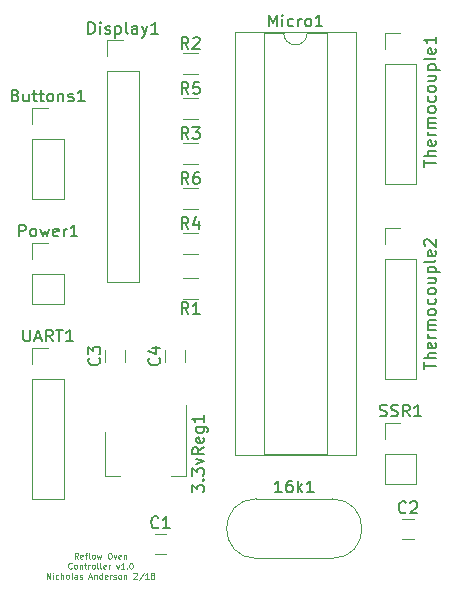
<source format=gbr>
G04 #@! TF.FileFunction,Legend,Top*
%FSLAX46Y46*%
G04 Gerber Fmt 4.6, Leading zero omitted, Abs format (unit mm)*
G04 Created by KiCad (PCBNEW 4.0.7) date 02/16/18 12:23:05*
%MOMM*%
%LPD*%
G01*
G04 APERTURE LIST*
%ADD10C,0.100000*%
%ADD11C,0.120000*%
%ADD12C,0.150000*%
G04 APERTURE END LIST*
D10*
X108585239Y-141616190D02*
X108418572Y-141378095D01*
X108299525Y-141616190D02*
X108299525Y-141116190D01*
X108490001Y-141116190D01*
X108537620Y-141140000D01*
X108561429Y-141163810D01*
X108585239Y-141211429D01*
X108585239Y-141282857D01*
X108561429Y-141330476D01*
X108537620Y-141354286D01*
X108490001Y-141378095D01*
X108299525Y-141378095D01*
X108990001Y-141592381D02*
X108942382Y-141616190D01*
X108847144Y-141616190D01*
X108799525Y-141592381D01*
X108775715Y-141544762D01*
X108775715Y-141354286D01*
X108799525Y-141306667D01*
X108847144Y-141282857D01*
X108942382Y-141282857D01*
X108990001Y-141306667D01*
X109013810Y-141354286D01*
X109013810Y-141401905D01*
X108775715Y-141449524D01*
X109156667Y-141282857D02*
X109347143Y-141282857D01*
X109228096Y-141616190D02*
X109228096Y-141187619D01*
X109251905Y-141140000D01*
X109299524Y-141116190D01*
X109347143Y-141116190D01*
X109585238Y-141616190D02*
X109537619Y-141592381D01*
X109513810Y-141544762D01*
X109513810Y-141116190D01*
X109847143Y-141616190D02*
X109799524Y-141592381D01*
X109775715Y-141568571D01*
X109751905Y-141520952D01*
X109751905Y-141378095D01*
X109775715Y-141330476D01*
X109799524Y-141306667D01*
X109847143Y-141282857D01*
X109918572Y-141282857D01*
X109966191Y-141306667D01*
X109990000Y-141330476D01*
X110013810Y-141378095D01*
X110013810Y-141520952D01*
X109990000Y-141568571D01*
X109966191Y-141592381D01*
X109918572Y-141616190D01*
X109847143Y-141616190D01*
X110180477Y-141282857D02*
X110275715Y-141616190D01*
X110370953Y-141378095D01*
X110466191Y-141616190D01*
X110561429Y-141282857D01*
X111228096Y-141116190D02*
X111323334Y-141116190D01*
X111370953Y-141140000D01*
X111418572Y-141187619D01*
X111442381Y-141282857D01*
X111442381Y-141449524D01*
X111418572Y-141544762D01*
X111370953Y-141592381D01*
X111323334Y-141616190D01*
X111228096Y-141616190D01*
X111180477Y-141592381D01*
X111132858Y-141544762D01*
X111109048Y-141449524D01*
X111109048Y-141282857D01*
X111132858Y-141187619D01*
X111180477Y-141140000D01*
X111228096Y-141116190D01*
X111609049Y-141282857D02*
X111728096Y-141616190D01*
X111847144Y-141282857D01*
X112228096Y-141592381D02*
X112180477Y-141616190D01*
X112085239Y-141616190D01*
X112037620Y-141592381D01*
X112013810Y-141544762D01*
X112013810Y-141354286D01*
X112037620Y-141306667D01*
X112085239Y-141282857D01*
X112180477Y-141282857D01*
X112228096Y-141306667D01*
X112251905Y-141354286D01*
X112251905Y-141401905D01*
X112013810Y-141449524D01*
X112466191Y-141282857D02*
X112466191Y-141616190D01*
X112466191Y-141330476D02*
X112490000Y-141306667D01*
X112537619Y-141282857D01*
X112609048Y-141282857D01*
X112656667Y-141306667D01*
X112680476Y-141354286D01*
X112680476Y-141616190D01*
X108061430Y-142418571D02*
X108037620Y-142442381D01*
X107966192Y-142466190D01*
X107918573Y-142466190D01*
X107847144Y-142442381D01*
X107799525Y-142394762D01*
X107775716Y-142347143D01*
X107751906Y-142251905D01*
X107751906Y-142180476D01*
X107775716Y-142085238D01*
X107799525Y-142037619D01*
X107847144Y-141990000D01*
X107918573Y-141966190D01*
X107966192Y-141966190D01*
X108037620Y-141990000D01*
X108061430Y-142013810D01*
X108347144Y-142466190D02*
X108299525Y-142442381D01*
X108275716Y-142418571D01*
X108251906Y-142370952D01*
X108251906Y-142228095D01*
X108275716Y-142180476D01*
X108299525Y-142156667D01*
X108347144Y-142132857D01*
X108418573Y-142132857D01*
X108466192Y-142156667D01*
X108490001Y-142180476D01*
X108513811Y-142228095D01*
X108513811Y-142370952D01*
X108490001Y-142418571D01*
X108466192Y-142442381D01*
X108418573Y-142466190D01*
X108347144Y-142466190D01*
X108728097Y-142132857D02*
X108728097Y-142466190D01*
X108728097Y-142180476D02*
X108751906Y-142156667D01*
X108799525Y-142132857D01*
X108870954Y-142132857D01*
X108918573Y-142156667D01*
X108942382Y-142204286D01*
X108942382Y-142466190D01*
X109109049Y-142132857D02*
X109299525Y-142132857D01*
X109180478Y-141966190D02*
X109180478Y-142394762D01*
X109204287Y-142442381D01*
X109251906Y-142466190D01*
X109299525Y-142466190D01*
X109466192Y-142466190D02*
X109466192Y-142132857D01*
X109466192Y-142228095D02*
X109490001Y-142180476D01*
X109513811Y-142156667D01*
X109561430Y-142132857D01*
X109609049Y-142132857D01*
X109847144Y-142466190D02*
X109799525Y-142442381D01*
X109775716Y-142418571D01*
X109751906Y-142370952D01*
X109751906Y-142228095D01*
X109775716Y-142180476D01*
X109799525Y-142156667D01*
X109847144Y-142132857D01*
X109918573Y-142132857D01*
X109966192Y-142156667D01*
X109990001Y-142180476D01*
X110013811Y-142228095D01*
X110013811Y-142370952D01*
X109990001Y-142418571D01*
X109966192Y-142442381D01*
X109918573Y-142466190D01*
X109847144Y-142466190D01*
X110299525Y-142466190D02*
X110251906Y-142442381D01*
X110228097Y-142394762D01*
X110228097Y-141966190D01*
X110561430Y-142466190D02*
X110513811Y-142442381D01*
X110490002Y-142394762D01*
X110490002Y-141966190D01*
X110942383Y-142442381D02*
X110894764Y-142466190D01*
X110799526Y-142466190D01*
X110751907Y-142442381D01*
X110728097Y-142394762D01*
X110728097Y-142204286D01*
X110751907Y-142156667D01*
X110799526Y-142132857D01*
X110894764Y-142132857D01*
X110942383Y-142156667D01*
X110966192Y-142204286D01*
X110966192Y-142251905D01*
X110728097Y-142299524D01*
X111180478Y-142466190D02*
X111180478Y-142132857D01*
X111180478Y-142228095D02*
X111204287Y-142180476D01*
X111228097Y-142156667D01*
X111275716Y-142132857D01*
X111323335Y-142132857D01*
X111823335Y-142132857D02*
X111942382Y-142466190D01*
X112061430Y-142132857D01*
X112513810Y-142466190D02*
X112228096Y-142466190D01*
X112370953Y-142466190D02*
X112370953Y-141966190D01*
X112323334Y-142037619D01*
X112275715Y-142085238D01*
X112228096Y-142109048D01*
X112728096Y-142418571D02*
X112751905Y-142442381D01*
X112728096Y-142466190D01*
X112704286Y-142442381D01*
X112728096Y-142418571D01*
X112728096Y-142466190D01*
X113061429Y-141966190D02*
X113109048Y-141966190D01*
X113156667Y-141990000D01*
X113180476Y-142013810D01*
X113204286Y-142061429D01*
X113228095Y-142156667D01*
X113228095Y-142275714D01*
X113204286Y-142370952D01*
X113180476Y-142418571D01*
X113156667Y-142442381D01*
X113109048Y-142466190D01*
X113061429Y-142466190D01*
X113013810Y-142442381D01*
X112990000Y-142418571D01*
X112966191Y-142370952D01*
X112942381Y-142275714D01*
X112942381Y-142156667D01*
X112966191Y-142061429D01*
X112990000Y-142013810D01*
X113013810Y-141990000D01*
X113061429Y-141966190D01*
X105954287Y-143316190D02*
X105954287Y-142816190D01*
X106240001Y-143316190D01*
X106240001Y-142816190D01*
X106478097Y-143316190D02*
X106478097Y-142982857D01*
X106478097Y-142816190D02*
X106454287Y-142840000D01*
X106478097Y-142863810D01*
X106501906Y-142840000D01*
X106478097Y-142816190D01*
X106478097Y-142863810D01*
X106930477Y-143292381D02*
X106882858Y-143316190D01*
X106787620Y-143316190D01*
X106740001Y-143292381D01*
X106716192Y-143268571D01*
X106692382Y-143220952D01*
X106692382Y-143078095D01*
X106716192Y-143030476D01*
X106740001Y-143006667D01*
X106787620Y-142982857D01*
X106882858Y-142982857D01*
X106930477Y-143006667D01*
X107144763Y-143316190D02*
X107144763Y-142816190D01*
X107359048Y-143316190D02*
X107359048Y-143054286D01*
X107335239Y-143006667D01*
X107287620Y-142982857D01*
X107216191Y-142982857D01*
X107168572Y-143006667D01*
X107144763Y-143030476D01*
X107668572Y-143316190D02*
X107620953Y-143292381D01*
X107597144Y-143268571D01*
X107573334Y-143220952D01*
X107573334Y-143078095D01*
X107597144Y-143030476D01*
X107620953Y-143006667D01*
X107668572Y-142982857D01*
X107740001Y-142982857D01*
X107787620Y-143006667D01*
X107811429Y-143030476D01*
X107835239Y-143078095D01*
X107835239Y-143220952D01*
X107811429Y-143268571D01*
X107787620Y-143292381D01*
X107740001Y-143316190D01*
X107668572Y-143316190D01*
X108120953Y-143316190D02*
X108073334Y-143292381D01*
X108049525Y-143244762D01*
X108049525Y-142816190D01*
X108525715Y-143316190D02*
X108525715Y-143054286D01*
X108501906Y-143006667D01*
X108454287Y-142982857D01*
X108359049Y-142982857D01*
X108311430Y-143006667D01*
X108525715Y-143292381D02*
X108478096Y-143316190D01*
X108359049Y-143316190D01*
X108311430Y-143292381D01*
X108287620Y-143244762D01*
X108287620Y-143197143D01*
X108311430Y-143149524D01*
X108359049Y-143125714D01*
X108478096Y-143125714D01*
X108525715Y-143101905D01*
X108740001Y-143292381D02*
X108787620Y-143316190D01*
X108882858Y-143316190D01*
X108930477Y-143292381D01*
X108954287Y-143244762D01*
X108954287Y-143220952D01*
X108930477Y-143173333D01*
X108882858Y-143149524D01*
X108811430Y-143149524D01*
X108763811Y-143125714D01*
X108740001Y-143078095D01*
X108740001Y-143054286D01*
X108763811Y-143006667D01*
X108811430Y-142982857D01*
X108882858Y-142982857D01*
X108930477Y-143006667D01*
X109525715Y-143173333D02*
X109763810Y-143173333D01*
X109478096Y-143316190D02*
X109644763Y-142816190D01*
X109811429Y-143316190D01*
X109978096Y-142982857D02*
X109978096Y-143316190D01*
X109978096Y-143030476D02*
X110001905Y-143006667D01*
X110049524Y-142982857D01*
X110120953Y-142982857D01*
X110168572Y-143006667D01*
X110192381Y-143054286D01*
X110192381Y-143316190D01*
X110644762Y-143316190D02*
X110644762Y-142816190D01*
X110644762Y-143292381D02*
X110597143Y-143316190D01*
X110501905Y-143316190D01*
X110454286Y-143292381D01*
X110430477Y-143268571D01*
X110406667Y-143220952D01*
X110406667Y-143078095D01*
X110430477Y-143030476D01*
X110454286Y-143006667D01*
X110501905Y-142982857D01*
X110597143Y-142982857D01*
X110644762Y-143006667D01*
X111073334Y-143292381D02*
X111025715Y-143316190D01*
X110930477Y-143316190D01*
X110882858Y-143292381D01*
X110859048Y-143244762D01*
X110859048Y-143054286D01*
X110882858Y-143006667D01*
X110930477Y-142982857D01*
X111025715Y-142982857D01*
X111073334Y-143006667D01*
X111097143Y-143054286D01*
X111097143Y-143101905D01*
X110859048Y-143149524D01*
X111311429Y-143316190D02*
X111311429Y-142982857D01*
X111311429Y-143078095D02*
X111335238Y-143030476D01*
X111359048Y-143006667D01*
X111406667Y-142982857D01*
X111454286Y-142982857D01*
X111597143Y-143292381D02*
X111644762Y-143316190D01*
X111740000Y-143316190D01*
X111787619Y-143292381D01*
X111811429Y-143244762D01*
X111811429Y-143220952D01*
X111787619Y-143173333D01*
X111740000Y-143149524D01*
X111668572Y-143149524D01*
X111620953Y-143125714D01*
X111597143Y-143078095D01*
X111597143Y-143054286D01*
X111620953Y-143006667D01*
X111668572Y-142982857D01*
X111740000Y-142982857D01*
X111787619Y-143006667D01*
X112097143Y-143316190D02*
X112049524Y-143292381D01*
X112025715Y-143268571D01*
X112001905Y-143220952D01*
X112001905Y-143078095D01*
X112025715Y-143030476D01*
X112049524Y-143006667D01*
X112097143Y-142982857D01*
X112168572Y-142982857D01*
X112216191Y-143006667D01*
X112240000Y-143030476D01*
X112263810Y-143078095D01*
X112263810Y-143220952D01*
X112240000Y-143268571D01*
X112216191Y-143292381D01*
X112168572Y-143316190D01*
X112097143Y-143316190D01*
X112478096Y-142982857D02*
X112478096Y-143316190D01*
X112478096Y-143030476D02*
X112501905Y-143006667D01*
X112549524Y-142982857D01*
X112620953Y-142982857D01*
X112668572Y-143006667D01*
X112692381Y-143054286D01*
X112692381Y-143316190D01*
X113287619Y-142863810D02*
X113311429Y-142840000D01*
X113359048Y-142816190D01*
X113478095Y-142816190D01*
X113525714Y-142840000D01*
X113549524Y-142863810D01*
X113573333Y-142911429D01*
X113573333Y-142959048D01*
X113549524Y-143030476D01*
X113263810Y-143316190D01*
X113573333Y-143316190D01*
X114144761Y-142792381D02*
X113716190Y-143435238D01*
X114573333Y-143316190D02*
X114287619Y-143316190D01*
X114430476Y-143316190D02*
X114430476Y-142816190D01*
X114382857Y-142887619D01*
X114335238Y-142935238D01*
X114287619Y-142959048D01*
X114859047Y-143030476D02*
X114811428Y-143006667D01*
X114787619Y-142982857D01*
X114763809Y-142935238D01*
X114763809Y-142911429D01*
X114787619Y-142863810D01*
X114811428Y-142840000D01*
X114859047Y-142816190D01*
X114954285Y-142816190D01*
X115001904Y-142840000D01*
X115025714Y-142863810D01*
X115049523Y-142911429D01*
X115049523Y-142935238D01*
X115025714Y-142982857D01*
X115001904Y-143006667D01*
X114954285Y-143030476D01*
X114859047Y-143030476D01*
X114811428Y-143054286D01*
X114787619Y-143078095D01*
X114763809Y-143125714D01*
X114763809Y-143220952D01*
X114787619Y-143268571D01*
X114811428Y-143292381D01*
X114859047Y-143316190D01*
X114954285Y-143316190D01*
X115001904Y-143292381D01*
X115025714Y-143268571D01*
X115049523Y-143220952D01*
X115049523Y-143125714D01*
X115025714Y-143078095D01*
X115001904Y-143054286D01*
X114954285Y-143030476D01*
D11*
X110890000Y-134625000D02*
X112150000Y-134625000D01*
X117710000Y-134625000D02*
X116450000Y-134625000D01*
X110890000Y-130865000D02*
X110890000Y-134625000D01*
X117710000Y-128615000D02*
X117710000Y-134625000D01*
X123700000Y-136540000D02*
X130100000Y-136540000D01*
X123700000Y-141590000D02*
X130100000Y-141590000D01*
X123700000Y-141590000D02*
G75*
G02X123700000Y-136540000I0J2525000D01*
G01*
X130100000Y-141590000D02*
G75*
G03X130100000Y-136540000I0J2525000D01*
G01*
X104715000Y-111185000D02*
X107375000Y-111185000D01*
X104715000Y-106045000D02*
X104715000Y-111185000D01*
X107375000Y-106045000D02*
X107375000Y-111185000D01*
X104715000Y-106045000D02*
X107375000Y-106045000D01*
X104715000Y-104775000D02*
X104715000Y-103445000D01*
X104715000Y-103445000D02*
X106045000Y-103445000D01*
X116070000Y-139485000D02*
X115070000Y-139485000D01*
X115070000Y-141185000D02*
X116070000Y-141185000D01*
X137025000Y-138215000D02*
X136025000Y-138215000D01*
X136025000Y-139915000D02*
X137025000Y-139915000D01*
X110910000Y-123960000D02*
X110910000Y-124960000D01*
X112610000Y-124960000D02*
X112610000Y-123960000D01*
X115990000Y-123960000D02*
X115990000Y-124960000D01*
X117690000Y-124960000D02*
X117690000Y-123960000D01*
X111065000Y-118170000D02*
X113725000Y-118170000D01*
X111065000Y-100330000D02*
X111065000Y-118170000D01*
X113725000Y-100330000D02*
X113725000Y-118170000D01*
X111065000Y-100330000D02*
X113725000Y-100330000D01*
X111065000Y-99060000D02*
X111065000Y-97730000D01*
X111065000Y-97730000D02*
X112395000Y-97730000D01*
X128000000Y-97095000D02*
G75*
G02X126000000Y-97095000I-1000000J0D01*
G01*
X126000000Y-97095000D02*
X124350000Y-97095000D01*
X124350000Y-97095000D02*
X124350000Y-132775000D01*
X124350000Y-132775000D02*
X129650000Y-132775000D01*
X129650000Y-132775000D02*
X129650000Y-97095000D01*
X129650000Y-97095000D02*
X128000000Y-97095000D01*
X121860000Y-97035000D02*
X121860000Y-132835000D01*
X121860000Y-132835000D02*
X132140000Y-132835000D01*
X132140000Y-132835000D02*
X132140000Y-97035000D01*
X132140000Y-97035000D02*
X121860000Y-97035000D01*
X104715000Y-120075000D02*
X107375000Y-120075000D01*
X104715000Y-117475000D02*
X104715000Y-120075000D01*
X107375000Y-117475000D02*
X107375000Y-120075000D01*
X104715000Y-117475000D02*
X107375000Y-117475000D01*
X104715000Y-116205000D02*
X104715000Y-114875000D01*
X104715000Y-114875000D02*
X106045000Y-114875000D01*
X117510000Y-117865000D02*
X118710000Y-117865000D01*
X118710000Y-119625000D02*
X117510000Y-119625000D01*
X118710000Y-100575000D02*
X117510000Y-100575000D01*
X117510000Y-98815000D02*
X118710000Y-98815000D01*
X118710000Y-108195000D02*
X117510000Y-108195000D01*
X117510000Y-106435000D02*
X118710000Y-106435000D01*
X118710000Y-115815000D02*
X117510000Y-115815000D01*
X117510000Y-114055000D02*
X118710000Y-114055000D01*
X118710000Y-104385000D02*
X117510000Y-104385000D01*
X117510000Y-102625000D02*
X118710000Y-102625000D01*
X118710000Y-112005000D02*
X117510000Y-112005000D01*
X117510000Y-110245000D02*
X118710000Y-110245000D01*
X134560000Y-135315000D02*
X137220000Y-135315000D01*
X134560000Y-132715000D02*
X134560000Y-135315000D01*
X137220000Y-132715000D02*
X137220000Y-135315000D01*
X134560000Y-132715000D02*
X137220000Y-132715000D01*
X134560000Y-131445000D02*
X134560000Y-130115000D01*
X134560000Y-130115000D02*
X135890000Y-130115000D01*
X134560000Y-109915000D02*
X137220000Y-109915000D01*
X134560000Y-99695000D02*
X134560000Y-109915000D01*
X137220000Y-99695000D02*
X137220000Y-109915000D01*
X134560000Y-99695000D02*
X137220000Y-99695000D01*
X134560000Y-98425000D02*
X134560000Y-97095000D01*
X134560000Y-97095000D02*
X135890000Y-97095000D01*
X134560000Y-126425000D02*
X137220000Y-126425000D01*
X134560000Y-116205000D02*
X134560000Y-126425000D01*
X137220000Y-116205000D02*
X137220000Y-126425000D01*
X134560000Y-116205000D02*
X137220000Y-116205000D01*
X134560000Y-114935000D02*
X134560000Y-113605000D01*
X134560000Y-113605000D02*
X135890000Y-113605000D01*
X104715000Y-136585000D02*
X107375000Y-136585000D01*
X104715000Y-126365000D02*
X104715000Y-136585000D01*
X107375000Y-126365000D02*
X107375000Y-136585000D01*
X104715000Y-126365000D02*
X107375000Y-126365000D01*
X104715000Y-125095000D02*
X104715000Y-123765000D01*
X104715000Y-123765000D02*
X106045000Y-123765000D01*
D12*
X118252381Y-136000714D02*
X118252381Y-135381666D01*
X118633333Y-135715000D01*
X118633333Y-135572142D01*
X118680952Y-135476904D01*
X118728571Y-135429285D01*
X118823810Y-135381666D01*
X119061905Y-135381666D01*
X119157143Y-135429285D01*
X119204762Y-135476904D01*
X119252381Y-135572142D01*
X119252381Y-135857857D01*
X119204762Y-135953095D01*
X119157143Y-136000714D01*
X119157143Y-134953095D02*
X119204762Y-134905476D01*
X119252381Y-134953095D01*
X119204762Y-135000714D01*
X119157143Y-134953095D01*
X119252381Y-134953095D01*
X118252381Y-134572143D02*
X118252381Y-133953095D01*
X118633333Y-134286429D01*
X118633333Y-134143571D01*
X118680952Y-134048333D01*
X118728571Y-134000714D01*
X118823810Y-133953095D01*
X119061905Y-133953095D01*
X119157143Y-134000714D01*
X119204762Y-134048333D01*
X119252381Y-134143571D01*
X119252381Y-134429286D01*
X119204762Y-134524524D01*
X119157143Y-134572143D01*
X118585714Y-133619762D02*
X119252381Y-133381667D01*
X118585714Y-133143571D01*
X119252381Y-132191190D02*
X118776190Y-132524524D01*
X119252381Y-132762619D02*
X118252381Y-132762619D01*
X118252381Y-132381666D01*
X118300000Y-132286428D01*
X118347619Y-132238809D01*
X118442857Y-132191190D01*
X118585714Y-132191190D01*
X118680952Y-132238809D01*
X118728571Y-132286428D01*
X118776190Y-132381666D01*
X118776190Y-132762619D01*
X119204762Y-131381666D02*
X119252381Y-131476904D01*
X119252381Y-131667381D01*
X119204762Y-131762619D01*
X119109524Y-131810238D01*
X118728571Y-131810238D01*
X118633333Y-131762619D01*
X118585714Y-131667381D01*
X118585714Y-131476904D01*
X118633333Y-131381666D01*
X118728571Y-131334047D01*
X118823810Y-131334047D01*
X118919048Y-131810238D01*
X118585714Y-130476904D02*
X119395238Y-130476904D01*
X119490476Y-130524523D01*
X119538095Y-130572142D01*
X119585714Y-130667381D01*
X119585714Y-130810238D01*
X119538095Y-130905476D01*
X119204762Y-130476904D02*
X119252381Y-130572142D01*
X119252381Y-130762619D01*
X119204762Y-130857857D01*
X119157143Y-130905476D01*
X119061905Y-130953095D01*
X118776190Y-130953095D01*
X118680952Y-130905476D01*
X118633333Y-130857857D01*
X118585714Y-130762619D01*
X118585714Y-130572142D01*
X118633333Y-130476904D01*
X119252381Y-129476904D02*
X119252381Y-130048333D01*
X119252381Y-129762619D02*
X118252381Y-129762619D01*
X118395238Y-129857857D01*
X118490476Y-129953095D01*
X118538095Y-130048333D01*
X125828572Y-135992381D02*
X125257143Y-135992381D01*
X125542857Y-135992381D02*
X125542857Y-134992381D01*
X125447619Y-135135238D01*
X125352381Y-135230476D01*
X125257143Y-135278095D01*
X126685715Y-134992381D02*
X126495238Y-134992381D01*
X126400000Y-135040000D01*
X126352381Y-135087619D01*
X126257143Y-135230476D01*
X126209524Y-135420952D01*
X126209524Y-135801905D01*
X126257143Y-135897143D01*
X126304762Y-135944762D01*
X126400000Y-135992381D01*
X126590477Y-135992381D01*
X126685715Y-135944762D01*
X126733334Y-135897143D01*
X126780953Y-135801905D01*
X126780953Y-135563810D01*
X126733334Y-135468571D01*
X126685715Y-135420952D01*
X126590477Y-135373333D01*
X126400000Y-135373333D01*
X126304762Y-135420952D01*
X126257143Y-135468571D01*
X126209524Y-135563810D01*
X127209524Y-135992381D02*
X127209524Y-134992381D01*
X127304762Y-135611429D02*
X127590477Y-135992381D01*
X127590477Y-135325714D02*
X127209524Y-135706667D01*
X128542858Y-135992381D02*
X127971429Y-135992381D01*
X128257143Y-135992381D02*
X128257143Y-134992381D01*
X128161905Y-135135238D01*
X128066667Y-135230476D01*
X127971429Y-135278095D01*
X103306905Y-102373571D02*
X103449762Y-102421190D01*
X103497381Y-102468810D01*
X103545000Y-102564048D01*
X103545000Y-102706905D01*
X103497381Y-102802143D01*
X103449762Y-102849762D01*
X103354524Y-102897381D01*
X102973571Y-102897381D01*
X102973571Y-101897381D01*
X103306905Y-101897381D01*
X103402143Y-101945000D01*
X103449762Y-101992619D01*
X103497381Y-102087857D01*
X103497381Y-102183095D01*
X103449762Y-102278333D01*
X103402143Y-102325952D01*
X103306905Y-102373571D01*
X102973571Y-102373571D01*
X104402143Y-102230714D02*
X104402143Y-102897381D01*
X103973571Y-102230714D02*
X103973571Y-102754524D01*
X104021190Y-102849762D01*
X104116428Y-102897381D01*
X104259286Y-102897381D01*
X104354524Y-102849762D01*
X104402143Y-102802143D01*
X104735476Y-102230714D02*
X105116428Y-102230714D01*
X104878333Y-101897381D02*
X104878333Y-102754524D01*
X104925952Y-102849762D01*
X105021190Y-102897381D01*
X105116428Y-102897381D01*
X105306905Y-102230714D02*
X105687857Y-102230714D01*
X105449762Y-101897381D02*
X105449762Y-102754524D01*
X105497381Y-102849762D01*
X105592619Y-102897381D01*
X105687857Y-102897381D01*
X106164048Y-102897381D02*
X106068810Y-102849762D01*
X106021191Y-102802143D01*
X105973572Y-102706905D01*
X105973572Y-102421190D01*
X106021191Y-102325952D01*
X106068810Y-102278333D01*
X106164048Y-102230714D01*
X106306906Y-102230714D01*
X106402144Y-102278333D01*
X106449763Y-102325952D01*
X106497382Y-102421190D01*
X106497382Y-102706905D01*
X106449763Y-102802143D01*
X106402144Y-102849762D01*
X106306906Y-102897381D01*
X106164048Y-102897381D01*
X106925953Y-102230714D02*
X106925953Y-102897381D01*
X106925953Y-102325952D02*
X106973572Y-102278333D01*
X107068810Y-102230714D01*
X107211668Y-102230714D01*
X107306906Y-102278333D01*
X107354525Y-102373571D01*
X107354525Y-102897381D01*
X107783096Y-102849762D02*
X107878334Y-102897381D01*
X108068810Y-102897381D01*
X108164049Y-102849762D01*
X108211668Y-102754524D01*
X108211668Y-102706905D01*
X108164049Y-102611667D01*
X108068810Y-102564048D01*
X107925953Y-102564048D01*
X107830715Y-102516429D01*
X107783096Y-102421190D01*
X107783096Y-102373571D01*
X107830715Y-102278333D01*
X107925953Y-102230714D01*
X108068810Y-102230714D01*
X108164049Y-102278333D01*
X109164049Y-102897381D02*
X108592620Y-102897381D01*
X108878334Y-102897381D02*
X108878334Y-101897381D01*
X108783096Y-102040238D01*
X108687858Y-102135476D01*
X108592620Y-102183095D01*
X115403334Y-138942143D02*
X115355715Y-138989762D01*
X115212858Y-139037381D01*
X115117620Y-139037381D01*
X114974762Y-138989762D01*
X114879524Y-138894524D01*
X114831905Y-138799286D01*
X114784286Y-138608810D01*
X114784286Y-138465952D01*
X114831905Y-138275476D01*
X114879524Y-138180238D01*
X114974762Y-138085000D01*
X115117620Y-138037381D01*
X115212858Y-138037381D01*
X115355715Y-138085000D01*
X115403334Y-138132619D01*
X116355715Y-139037381D02*
X115784286Y-139037381D01*
X116070000Y-139037381D02*
X116070000Y-138037381D01*
X115974762Y-138180238D01*
X115879524Y-138275476D01*
X115784286Y-138323095D01*
X136358334Y-137672143D02*
X136310715Y-137719762D01*
X136167858Y-137767381D01*
X136072620Y-137767381D01*
X135929762Y-137719762D01*
X135834524Y-137624524D01*
X135786905Y-137529286D01*
X135739286Y-137338810D01*
X135739286Y-137195952D01*
X135786905Y-137005476D01*
X135834524Y-136910238D01*
X135929762Y-136815000D01*
X136072620Y-136767381D01*
X136167858Y-136767381D01*
X136310715Y-136815000D01*
X136358334Y-136862619D01*
X136739286Y-136862619D02*
X136786905Y-136815000D01*
X136882143Y-136767381D01*
X137120239Y-136767381D01*
X137215477Y-136815000D01*
X137263096Y-136862619D01*
X137310715Y-136957857D01*
X137310715Y-137053095D01*
X137263096Y-137195952D01*
X136691667Y-137767381D01*
X137310715Y-137767381D01*
X110367143Y-124626666D02*
X110414762Y-124674285D01*
X110462381Y-124817142D01*
X110462381Y-124912380D01*
X110414762Y-125055238D01*
X110319524Y-125150476D01*
X110224286Y-125198095D01*
X110033810Y-125245714D01*
X109890952Y-125245714D01*
X109700476Y-125198095D01*
X109605238Y-125150476D01*
X109510000Y-125055238D01*
X109462381Y-124912380D01*
X109462381Y-124817142D01*
X109510000Y-124674285D01*
X109557619Y-124626666D01*
X109462381Y-124293333D02*
X109462381Y-123674285D01*
X109843333Y-124007619D01*
X109843333Y-123864761D01*
X109890952Y-123769523D01*
X109938571Y-123721904D01*
X110033810Y-123674285D01*
X110271905Y-123674285D01*
X110367143Y-123721904D01*
X110414762Y-123769523D01*
X110462381Y-123864761D01*
X110462381Y-124150476D01*
X110414762Y-124245714D01*
X110367143Y-124293333D01*
X115447143Y-124626666D02*
X115494762Y-124674285D01*
X115542381Y-124817142D01*
X115542381Y-124912380D01*
X115494762Y-125055238D01*
X115399524Y-125150476D01*
X115304286Y-125198095D01*
X115113810Y-125245714D01*
X114970952Y-125245714D01*
X114780476Y-125198095D01*
X114685238Y-125150476D01*
X114590000Y-125055238D01*
X114542381Y-124912380D01*
X114542381Y-124817142D01*
X114590000Y-124674285D01*
X114637619Y-124626666D01*
X114875714Y-123769523D02*
X115542381Y-123769523D01*
X114494762Y-124007619D02*
X115209048Y-124245714D01*
X115209048Y-123626666D01*
X109466428Y-97182381D02*
X109466428Y-96182381D01*
X109704523Y-96182381D01*
X109847381Y-96230000D01*
X109942619Y-96325238D01*
X109990238Y-96420476D01*
X110037857Y-96610952D01*
X110037857Y-96753810D01*
X109990238Y-96944286D01*
X109942619Y-97039524D01*
X109847381Y-97134762D01*
X109704523Y-97182381D01*
X109466428Y-97182381D01*
X110466428Y-97182381D02*
X110466428Y-96515714D01*
X110466428Y-96182381D02*
X110418809Y-96230000D01*
X110466428Y-96277619D01*
X110514047Y-96230000D01*
X110466428Y-96182381D01*
X110466428Y-96277619D01*
X110894999Y-97134762D02*
X110990237Y-97182381D01*
X111180713Y-97182381D01*
X111275952Y-97134762D01*
X111323571Y-97039524D01*
X111323571Y-96991905D01*
X111275952Y-96896667D01*
X111180713Y-96849048D01*
X111037856Y-96849048D01*
X110942618Y-96801429D01*
X110894999Y-96706190D01*
X110894999Y-96658571D01*
X110942618Y-96563333D01*
X111037856Y-96515714D01*
X111180713Y-96515714D01*
X111275952Y-96563333D01*
X111752142Y-96515714D02*
X111752142Y-97515714D01*
X111752142Y-96563333D02*
X111847380Y-96515714D01*
X112037857Y-96515714D01*
X112133095Y-96563333D01*
X112180714Y-96610952D01*
X112228333Y-96706190D01*
X112228333Y-96991905D01*
X112180714Y-97087143D01*
X112133095Y-97134762D01*
X112037857Y-97182381D01*
X111847380Y-97182381D01*
X111752142Y-97134762D01*
X112799761Y-97182381D02*
X112704523Y-97134762D01*
X112656904Y-97039524D01*
X112656904Y-96182381D01*
X113609286Y-97182381D02*
X113609286Y-96658571D01*
X113561667Y-96563333D01*
X113466429Y-96515714D01*
X113275952Y-96515714D01*
X113180714Y-96563333D01*
X113609286Y-97134762D02*
X113514048Y-97182381D01*
X113275952Y-97182381D01*
X113180714Y-97134762D01*
X113133095Y-97039524D01*
X113133095Y-96944286D01*
X113180714Y-96849048D01*
X113275952Y-96801429D01*
X113514048Y-96801429D01*
X113609286Y-96753810D01*
X113990238Y-96515714D02*
X114228333Y-97182381D01*
X114466429Y-96515714D02*
X114228333Y-97182381D01*
X114133095Y-97420476D01*
X114085476Y-97468095D01*
X113990238Y-97515714D01*
X115371191Y-97182381D02*
X114799762Y-97182381D01*
X115085476Y-97182381D02*
X115085476Y-96182381D01*
X114990238Y-96325238D01*
X114895000Y-96420476D01*
X114799762Y-96468095D01*
X124761905Y-96547381D02*
X124761905Y-95547381D01*
X125095239Y-96261667D01*
X125428572Y-95547381D01*
X125428572Y-96547381D01*
X125904762Y-96547381D02*
X125904762Y-95880714D01*
X125904762Y-95547381D02*
X125857143Y-95595000D01*
X125904762Y-95642619D01*
X125952381Y-95595000D01*
X125904762Y-95547381D01*
X125904762Y-95642619D01*
X126809524Y-96499762D02*
X126714286Y-96547381D01*
X126523809Y-96547381D01*
X126428571Y-96499762D01*
X126380952Y-96452143D01*
X126333333Y-96356905D01*
X126333333Y-96071190D01*
X126380952Y-95975952D01*
X126428571Y-95928333D01*
X126523809Y-95880714D01*
X126714286Y-95880714D01*
X126809524Y-95928333D01*
X127238095Y-96547381D02*
X127238095Y-95880714D01*
X127238095Y-96071190D02*
X127285714Y-95975952D01*
X127333333Y-95928333D01*
X127428571Y-95880714D01*
X127523810Y-95880714D01*
X128000000Y-96547381D02*
X127904762Y-96499762D01*
X127857143Y-96452143D01*
X127809524Y-96356905D01*
X127809524Y-96071190D01*
X127857143Y-95975952D01*
X127904762Y-95928333D01*
X128000000Y-95880714D01*
X128142858Y-95880714D01*
X128238096Y-95928333D01*
X128285715Y-95975952D01*
X128333334Y-96071190D01*
X128333334Y-96356905D01*
X128285715Y-96452143D01*
X128238096Y-96499762D01*
X128142858Y-96547381D01*
X128000000Y-96547381D01*
X129285715Y-96547381D02*
X128714286Y-96547381D01*
X129000000Y-96547381D02*
X129000000Y-95547381D01*
X128904762Y-95690238D01*
X128809524Y-95785476D01*
X128714286Y-95833095D01*
X103592619Y-114327381D02*
X103592619Y-113327381D01*
X103973572Y-113327381D01*
X104068810Y-113375000D01*
X104116429Y-113422619D01*
X104164048Y-113517857D01*
X104164048Y-113660714D01*
X104116429Y-113755952D01*
X104068810Y-113803571D01*
X103973572Y-113851190D01*
X103592619Y-113851190D01*
X104735476Y-114327381D02*
X104640238Y-114279762D01*
X104592619Y-114232143D01*
X104545000Y-114136905D01*
X104545000Y-113851190D01*
X104592619Y-113755952D01*
X104640238Y-113708333D01*
X104735476Y-113660714D01*
X104878334Y-113660714D01*
X104973572Y-113708333D01*
X105021191Y-113755952D01*
X105068810Y-113851190D01*
X105068810Y-114136905D01*
X105021191Y-114232143D01*
X104973572Y-114279762D01*
X104878334Y-114327381D01*
X104735476Y-114327381D01*
X105402143Y-113660714D02*
X105592619Y-114327381D01*
X105783096Y-113851190D01*
X105973572Y-114327381D01*
X106164048Y-113660714D01*
X106925953Y-114279762D02*
X106830715Y-114327381D01*
X106640238Y-114327381D01*
X106545000Y-114279762D01*
X106497381Y-114184524D01*
X106497381Y-113803571D01*
X106545000Y-113708333D01*
X106640238Y-113660714D01*
X106830715Y-113660714D01*
X106925953Y-113708333D01*
X106973572Y-113803571D01*
X106973572Y-113898810D01*
X106497381Y-113994048D01*
X107402143Y-114327381D02*
X107402143Y-113660714D01*
X107402143Y-113851190D02*
X107449762Y-113755952D01*
X107497381Y-113708333D01*
X107592619Y-113660714D01*
X107687858Y-113660714D01*
X108545001Y-114327381D02*
X107973572Y-114327381D01*
X108259286Y-114327381D02*
X108259286Y-113327381D01*
X108164048Y-113470238D01*
X108068810Y-113565476D01*
X107973572Y-113613095D01*
X117943334Y-120897381D02*
X117610000Y-120421190D01*
X117371905Y-120897381D02*
X117371905Y-119897381D01*
X117752858Y-119897381D01*
X117848096Y-119945000D01*
X117895715Y-119992619D01*
X117943334Y-120087857D01*
X117943334Y-120230714D01*
X117895715Y-120325952D01*
X117848096Y-120373571D01*
X117752858Y-120421190D01*
X117371905Y-120421190D01*
X118895715Y-120897381D02*
X118324286Y-120897381D01*
X118610000Y-120897381D02*
X118610000Y-119897381D01*
X118514762Y-120040238D01*
X118419524Y-120135476D01*
X118324286Y-120183095D01*
X117943334Y-98447381D02*
X117610000Y-97971190D01*
X117371905Y-98447381D02*
X117371905Y-97447381D01*
X117752858Y-97447381D01*
X117848096Y-97495000D01*
X117895715Y-97542619D01*
X117943334Y-97637857D01*
X117943334Y-97780714D01*
X117895715Y-97875952D01*
X117848096Y-97923571D01*
X117752858Y-97971190D01*
X117371905Y-97971190D01*
X118324286Y-97542619D02*
X118371905Y-97495000D01*
X118467143Y-97447381D01*
X118705239Y-97447381D01*
X118800477Y-97495000D01*
X118848096Y-97542619D01*
X118895715Y-97637857D01*
X118895715Y-97733095D01*
X118848096Y-97875952D01*
X118276667Y-98447381D01*
X118895715Y-98447381D01*
X117943334Y-106067381D02*
X117610000Y-105591190D01*
X117371905Y-106067381D02*
X117371905Y-105067381D01*
X117752858Y-105067381D01*
X117848096Y-105115000D01*
X117895715Y-105162619D01*
X117943334Y-105257857D01*
X117943334Y-105400714D01*
X117895715Y-105495952D01*
X117848096Y-105543571D01*
X117752858Y-105591190D01*
X117371905Y-105591190D01*
X118276667Y-105067381D02*
X118895715Y-105067381D01*
X118562381Y-105448333D01*
X118705239Y-105448333D01*
X118800477Y-105495952D01*
X118848096Y-105543571D01*
X118895715Y-105638810D01*
X118895715Y-105876905D01*
X118848096Y-105972143D01*
X118800477Y-106019762D01*
X118705239Y-106067381D01*
X118419524Y-106067381D01*
X118324286Y-106019762D01*
X118276667Y-105972143D01*
X117943334Y-113687381D02*
X117610000Y-113211190D01*
X117371905Y-113687381D02*
X117371905Y-112687381D01*
X117752858Y-112687381D01*
X117848096Y-112735000D01*
X117895715Y-112782619D01*
X117943334Y-112877857D01*
X117943334Y-113020714D01*
X117895715Y-113115952D01*
X117848096Y-113163571D01*
X117752858Y-113211190D01*
X117371905Y-113211190D01*
X118800477Y-113020714D02*
X118800477Y-113687381D01*
X118562381Y-112639762D02*
X118324286Y-113354048D01*
X118943334Y-113354048D01*
X117943334Y-102257381D02*
X117610000Y-101781190D01*
X117371905Y-102257381D02*
X117371905Y-101257381D01*
X117752858Y-101257381D01*
X117848096Y-101305000D01*
X117895715Y-101352619D01*
X117943334Y-101447857D01*
X117943334Y-101590714D01*
X117895715Y-101685952D01*
X117848096Y-101733571D01*
X117752858Y-101781190D01*
X117371905Y-101781190D01*
X118848096Y-101257381D02*
X118371905Y-101257381D01*
X118324286Y-101733571D01*
X118371905Y-101685952D01*
X118467143Y-101638333D01*
X118705239Y-101638333D01*
X118800477Y-101685952D01*
X118848096Y-101733571D01*
X118895715Y-101828810D01*
X118895715Y-102066905D01*
X118848096Y-102162143D01*
X118800477Y-102209762D01*
X118705239Y-102257381D01*
X118467143Y-102257381D01*
X118371905Y-102209762D01*
X118324286Y-102162143D01*
X117943334Y-109877381D02*
X117610000Y-109401190D01*
X117371905Y-109877381D02*
X117371905Y-108877381D01*
X117752858Y-108877381D01*
X117848096Y-108925000D01*
X117895715Y-108972619D01*
X117943334Y-109067857D01*
X117943334Y-109210714D01*
X117895715Y-109305952D01*
X117848096Y-109353571D01*
X117752858Y-109401190D01*
X117371905Y-109401190D01*
X118800477Y-108877381D02*
X118610000Y-108877381D01*
X118514762Y-108925000D01*
X118467143Y-108972619D01*
X118371905Y-109115476D01*
X118324286Y-109305952D01*
X118324286Y-109686905D01*
X118371905Y-109782143D01*
X118419524Y-109829762D01*
X118514762Y-109877381D01*
X118705239Y-109877381D01*
X118800477Y-109829762D01*
X118848096Y-109782143D01*
X118895715Y-109686905D01*
X118895715Y-109448810D01*
X118848096Y-109353571D01*
X118800477Y-109305952D01*
X118705239Y-109258333D01*
X118514762Y-109258333D01*
X118419524Y-109305952D01*
X118371905Y-109353571D01*
X118324286Y-109448810D01*
X134151905Y-129519762D02*
X134294762Y-129567381D01*
X134532858Y-129567381D01*
X134628096Y-129519762D01*
X134675715Y-129472143D01*
X134723334Y-129376905D01*
X134723334Y-129281667D01*
X134675715Y-129186429D01*
X134628096Y-129138810D01*
X134532858Y-129091190D01*
X134342381Y-129043571D01*
X134247143Y-128995952D01*
X134199524Y-128948333D01*
X134151905Y-128853095D01*
X134151905Y-128757857D01*
X134199524Y-128662619D01*
X134247143Y-128615000D01*
X134342381Y-128567381D01*
X134580477Y-128567381D01*
X134723334Y-128615000D01*
X135104286Y-129519762D02*
X135247143Y-129567381D01*
X135485239Y-129567381D01*
X135580477Y-129519762D01*
X135628096Y-129472143D01*
X135675715Y-129376905D01*
X135675715Y-129281667D01*
X135628096Y-129186429D01*
X135580477Y-129138810D01*
X135485239Y-129091190D01*
X135294762Y-129043571D01*
X135199524Y-128995952D01*
X135151905Y-128948333D01*
X135104286Y-128853095D01*
X135104286Y-128757857D01*
X135151905Y-128662619D01*
X135199524Y-128615000D01*
X135294762Y-128567381D01*
X135532858Y-128567381D01*
X135675715Y-128615000D01*
X136675715Y-129567381D02*
X136342381Y-129091190D01*
X136104286Y-129567381D02*
X136104286Y-128567381D01*
X136485239Y-128567381D01*
X136580477Y-128615000D01*
X136628096Y-128662619D01*
X136675715Y-128757857D01*
X136675715Y-128900714D01*
X136628096Y-128995952D01*
X136580477Y-129043571D01*
X136485239Y-129091190D01*
X136104286Y-129091190D01*
X137628096Y-129567381D02*
X137056667Y-129567381D01*
X137342381Y-129567381D02*
X137342381Y-128567381D01*
X137247143Y-128710238D01*
X137151905Y-128805476D01*
X137056667Y-128853095D01*
X137882381Y-108417620D02*
X137882381Y-107846191D01*
X138882381Y-108131906D02*
X137882381Y-108131906D01*
X138882381Y-107512858D02*
X137882381Y-107512858D01*
X138882381Y-107084286D02*
X138358571Y-107084286D01*
X138263333Y-107131905D01*
X138215714Y-107227143D01*
X138215714Y-107370001D01*
X138263333Y-107465239D01*
X138310952Y-107512858D01*
X138834762Y-106227143D02*
X138882381Y-106322381D01*
X138882381Y-106512858D01*
X138834762Y-106608096D01*
X138739524Y-106655715D01*
X138358571Y-106655715D01*
X138263333Y-106608096D01*
X138215714Y-106512858D01*
X138215714Y-106322381D01*
X138263333Y-106227143D01*
X138358571Y-106179524D01*
X138453810Y-106179524D01*
X138549048Y-106655715D01*
X138882381Y-105750953D02*
X138215714Y-105750953D01*
X138406190Y-105750953D02*
X138310952Y-105703334D01*
X138263333Y-105655715D01*
X138215714Y-105560477D01*
X138215714Y-105465238D01*
X138882381Y-105131905D02*
X138215714Y-105131905D01*
X138310952Y-105131905D02*
X138263333Y-105084286D01*
X138215714Y-104989048D01*
X138215714Y-104846190D01*
X138263333Y-104750952D01*
X138358571Y-104703333D01*
X138882381Y-104703333D01*
X138358571Y-104703333D02*
X138263333Y-104655714D01*
X138215714Y-104560476D01*
X138215714Y-104417619D01*
X138263333Y-104322381D01*
X138358571Y-104274762D01*
X138882381Y-104274762D01*
X138882381Y-103655715D02*
X138834762Y-103750953D01*
X138787143Y-103798572D01*
X138691905Y-103846191D01*
X138406190Y-103846191D01*
X138310952Y-103798572D01*
X138263333Y-103750953D01*
X138215714Y-103655715D01*
X138215714Y-103512857D01*
X138263333Y-103417619D01*
X138310952Y-103370000D01*
X138406190Y-103322381D01*
X138691905Y-103322381D01*
X138787143Y-103370000D01*
X138834762Y-103417619D01*
X138882381Y-103512857D01*
X138882381Y-103655715D01*
X138834762Y-102465238D02*
X138882381Y-102560476D01*
X138882381Y-102750953D01*
X138834762Y-102846191D01*
X138787143Y-102893810D01*
X138691905Y-102941429D01*
X138406190Y-102941429D01*
X138310952Y-102893810D01*
X138263333Y-102846191D01*
X138215714Y-102750953D01*
X138215714Y-102560476D01*
X138263333Y-102465238D01*
X138882381Y-101893810D02*
X138834762Y-101989048D01*
X138787143Y-102036667D01*
X138691905Y-102084286D01*
X138406190Y-102084286D01*
X138310952Y-102036667D01*
X138263333Y-101989048D01*
X138215714Y-101893810D01*
X138215714Y-101750952D01*
X138263333Y-101655714D01*
X138310952Y-101608095D01*
X138406190Y-101560476D01*
X138691905Y-101560476D01*
X138787143Y-101608095D01*
X138834762Y-101655714D01*
X138882381Y-101750952D01*
X138882381Y-101893810D01*
X138215714Y-100703333D02*
X138882381Y-100703333D01*
X138215714Y-101131905D02*
X138739524Y-101131905D01*
X138834762Y-101084286D01*
X138882381Y-100989048D01*
X138882381Y-100846190D01*
X138834762Y-100750952D01*
X138787143Y-100703333D01*
X138215714Y-100227143D02*
X139215714Y-100227143D01*
X138263333Y-100227143D02*
X138215714Y-100131905D01*
X138215714Y-99941428D01*
X138263333Y-99846190D01*
X138310952Y-99798571D01*
X138406190Y-99750952D01*
X138691905Y-99750952D01*
X138787143Y-99798571D01*
X138834762Y-99846190D01*
X138882381Y-99941428D01*
X138882381Y-100131905D01*
X138834762Y-100227143D01*
X138882381Y-99179524D02*
X138834762Y-99274762D01*
X138739524Y-99322381D01*
X137882381Y-99322381D01*
X138834762Y-98417618D02*
X138882381Y-98512856D01*
X138882381Y-98703333D01*
X138834762Y-98798571D01*
X138739524Y-98846190D01*
X138358571Y-98846190D01*
X138263333Y-98798571D01*
X138215714Y-98703333D01*
X138215714Y-98512856D01*
X138263333Y-98417618D01*
X138358571Y-98369999D01*
X138453810Y-98369999D01*
X138549048Y-98846190D01*
X138882381Y-97417618D02*
X138882381Y-97989047D01*
X138882381Y-97703333D02*
X137882381Y-97703333D01*
X138025238Y-97798571D01*
X138120476Y-97893809D01*
X138168095Y-97989047D01*
X137882381Y-125562620D02*
X137882381Y-124991191D01*
X138882381Y-125276906D02*
X137882381Y-125276906D01*
X138882381Y-124657858D02*
X137882381Y-124657858D01*
X138882381Y-124229286D02*
X138358571Y-124229286D01*
X138263333Y-124276905D01*
X138215714Y-124372143D01*
X138215714Y-124515001D01*
X138263333Y-124610239D01*
X138310952Y-124657858D01*
X138834762Y-123372143D02*
X138882381Y-123467381D01*
X138882381Y-123657858D01*
X138834762Y-123753096D01*
X138739524Y-123800715D01*
X138358571Y-123800715D01*
X138263333Y-123753096D01*
X138215714Y-123657858D01*
X138215714Y-123467381D01*
X138263333Y-123372143D01*
X138358571Y-123324524D01*
X138453810Y-123324524D01*
X138549048Y-123800715D01*
X138882381Y-122895953D02*
X138215714Y-122895953D01*
X138406190Y-122895953D02*
X138310952Y-122848334D01*
X138263333Y-122800715D01*
X138215714Y-122705477D01*
X138215714Y-122610238D01*
X138882381Y-122276905D02*
X138215714Y-122276905D01*
X138310952Y-122276905D02*
X138263333Y-122229286D01*
X138215714Y-122134048D01*
X138215714Y-121991190D01*
X138263333Y-121895952D01*
X138358571Y-121848333D01*
X138882381Y-121848333D01*
X138358571Y-121848333D02*
X138263333Y-121800714D01*
X138215714Y-121705476D01*
X138215714Y-121562619D01*
X138263333Y-121467381D01*
X138358571Y-121419762D01*
X138882381Y-121419762D01*
X138882381Y-120800715D02*
X138834762Y-120895953D01*
X138787143Y-120943572D01*
X138691905Y-120991191D01*
X138406190Y-120991191D01*
X138310952Y-120943572D01*
X138263333Y-120895953D01*
X138215714Y-120800715D01*
X138215714Y-120657857D01*
X138263333Y-120562619D01*
X138310952Y-120515000D01*
X138406190Y-120467381D01*
X138691905Y-120467381D01*
X138787143Y-120515000D01*
X138834762Y-120562619D01*
X138882381Y-120657857D01*
X138882381Y-120800715D01*
X138834762Y-119610238D02*
X138882381Y-119705476D01*
X138882381Y-119895953D01*
X138834762Y-119991191D01*
X138787143Y-120038810D01*
X138691905Y-120086429D01*
X138406190Y-120086429D01*
X138310952Y-120038810D01*
X138263333Y-119991191D01*
X138215714Y-119895953D01*
X138215714Y-119705476D01*
X138263333Y-119610238D01*
X138882381Y-119038810D02*
X138834762Y-119134048D01*
X138787143Y-119181667D01*
X138691905Y-119229286D01*
X138406190Y-119229286D01*
X138310952Y-119181667D01*
X138263333Y-119134048D01*
X138215714Y-119038810D01*
X138215714Y-118895952D01*
X138263333Y-118800714D01*
X138310952Y-118753095D01*
X138406190Y-118705476D01*
X138691905Y-118705476D01*
X138787143Y-118753095D01*
X138834762Y-118800714D01*
X138882381Y-118895952D01*
X138882381Y-119038810D01*
X138215714Y-117848333D02*
X138882381Y-117848333D01*
X138215714Y-118276905D02*
X138739524Y-118276905D01*
X138834762Y-118229286D01*
X138882381Y-118134048D01*
X138882381Y-117991190D01*
X138834762Y-117895952D01*
X138787143Y-117848333D01*
X138215714Y-117372143D02*
X139215714Y-117372143D01*
X138263333Y-117372143D02*
X138215714Y-117276905D01*
X138215714Y-117086428D01*
X138263333Y-116991190D01*
X138310952Y-116943571D01*
X138406190Y-116895952D01*
X138691905Y-116895952D01*
X138787143Y-116943571D01*
X138834762Y-116991190D01*
X138882381Y-117086428D01*
X138882381Y-117276905D01*
X138834762Y-117372143D01*
X138882381Y-116324524D02*
X138834762Y-116419762D01*
X138739524Y-116467381D01*
X137882381Y-116467381D01*
X138834762Y-115562618D02*
X138882381Y-115657856D01*
X138882381Y-115848333D01*
X138834762Y-115943571D01*
X138739524Y-115991190D01*
X138358571Y-115991190D01*
X138263333Y-115943571D01*
X138215714Y-115848333D01*
X138215714Y-115657856D01*
X138263333Y-115562618D01*
X138358571Y-115514999D01*
X138453810Y-115514999D01*
X138549048Y-115991190D01*
X137977619Y-115134047D02*
X137930000Y-115086428D01*
X137882381Y-114991190D01*
X137882381Y-114753094D01*
X137930000Y-114657856D01*
X137977619Y-114610237D01*
X138072857Y-114562618D01*
X138168095Y-114562618D01*
X138310952Y-114610237D01*
X138882381Y-115181666D01*
X138882381Y-114562618D01*
X103973571Y-122217381D02*
X103973571Y-123026905D01*
X104021190Y-123122143D01*
X104068809Y-123169762D01*
X104164047Y-123217381D01*
X104354524Y-123217381D01*
X104449762Y-123169762D01*
X104497381Y-123122143D01*
X104545000Y-123026905D01*
X104545000Y-122217381D01*
X104973571Y-122931667D02*
X105449762Y-122931667D01*
X104878333Y-123217381D02*
X105211666Y-122217381D01*
X105545000Y-123217381D01*
X106449762Y-123217381D02*
X106116428Y-122741190D01*
X105878333Y-123217381D02*
X105878333Y-122217381D01*
X106259286Y-122217381D01*
X106354524Y-122265000D01*
X106402143Y-122312619D01*
X106449762Y-122407857D01*
X106449762Y-122550714D01*
X106402143Y-122645952D01*
X106354524Y-122693571D01*
X106259286Y-122741190D01*
X105878333Y-122741190D01*
X106735476Y-122217381D02*
X107306905Y-122217381D01*
X107021190Y-123217381D02*
X107021190Y-122217381D01*
X108164048Y-123217381D02*
X107592619Y-123217381D01*
X107878333Y-123217381D02*
X107878333Y-122217381D01*
X107783095Y-122360238D01*
X107687857Y-122455476D01*
X107592619Y-122503095D01*
M02*

</source>
